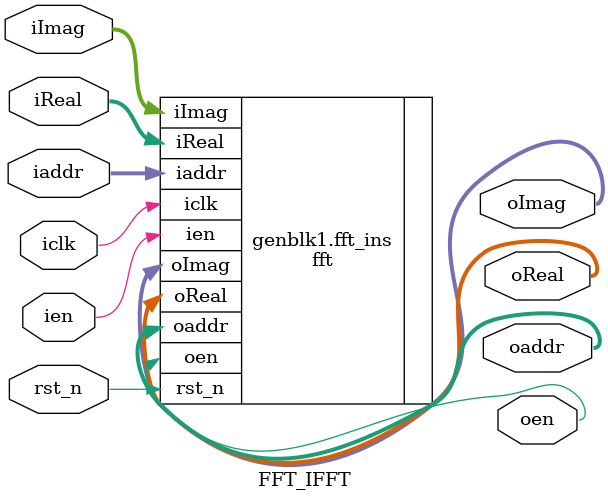
<source format=v>
`timescale 1ns/100ps


module FFT_IFFT #( parameter 	FFT_IFFT_P = 1, 
								TOTAL_STAGE_P = 6,
								DIV_EXP = TOTAL_STAGE_P,
								MULT_OP_DLY_P = 6,
								MULT_WIDTH_P = 18 ) (
	input iclk, 
	input rst_n,
	
	input ien,
	input [TOTAL_STAGE_P-1:0] iaddr,
	input [MULT_WIDTH_P-1:0]  iReal,
	input [MULT_WIDTH_P-1:0]  iImag,

	output oen,
	output [TOTAL_STAGE_P-1:0] oaddr,
	output [MULT_WIDTH_P-1:0]  oReal,
	output [MULT_WIDTH_P-1:0]  oImag
);
	// `include "fft_inc.h"
	
	localparam CPLX_WIDTH = 2*MULT_WIDTH_P;
	localparam INTER_MODU_WIRE_NUM = ((TOTAL_STAGE_P-1)/2);
	
	generate
		if(1==FFT_IFFT_P)
			fft #( 
				.TOTAL_STAGE_P(TOTAL_STAGE_P),
				.MULT_OP_DLY_P(MULT_OP_DLY_P),
				.MULT_WIDTH_P(MULT_WIDTH_P)
			) fft_ins (
				.iclk(iclk),
				.rst_n(rst_n),
				.ien(ien),
				.iaddr(iaddr),
				.iReal(iReal),
				.iImag(iImag),
				.oen(oen),
				.oaddr(oaddr),
				.oReal(oReal),
				.oImag(oImag)
			);
		else
			ifft #( 
				.TOTAL_STAGE_P(TOTAL_STAGE_P),
				.DIV_EXP(DIV_EXP),
				.MULT_OP_DLY_P(MULT_OP_DLY_P),
				.MULT_WIDTH_P(MULT_WIDTH_P)
			) fft_ins (
				.iclk(iclk),
				.rst_n(rst_n),
				.ien(ien),
				.iaddr(iaddr),
				.iReal(iReal),
				.iImag(iImag),
				.oen(oen),
				.oaddr(oaddr),
				.oReal(oReal),
				.oImag(oImag)
			);
	endgenerate

endmodule

</source>
